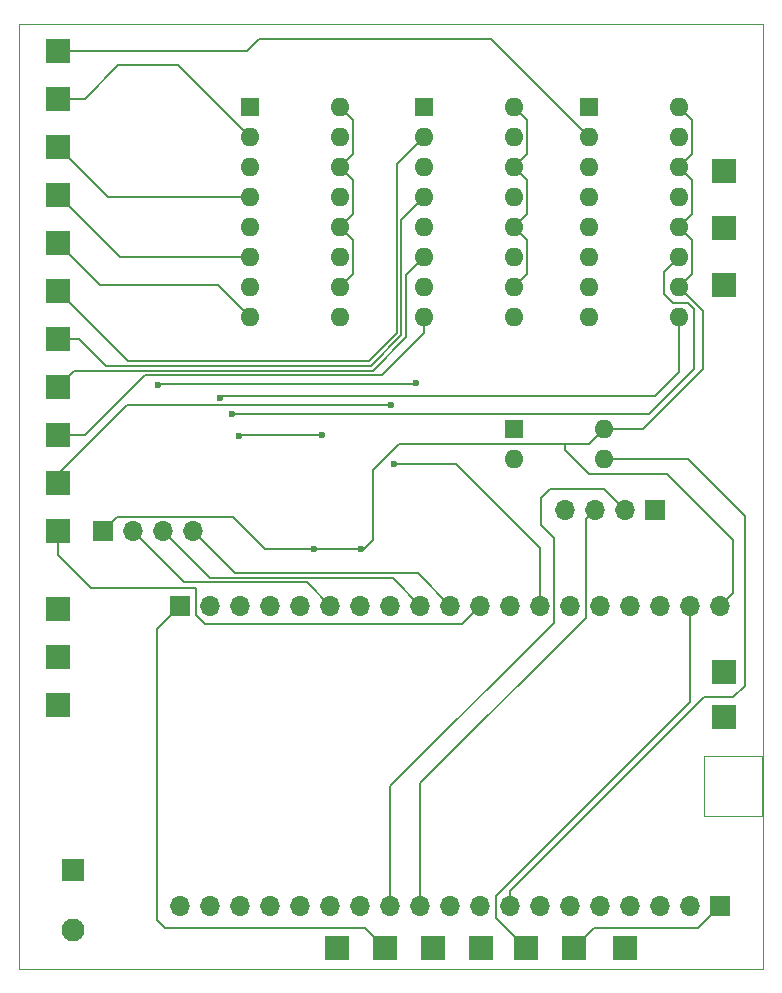
<source format=gbr>
%TF.GenerationSoftware,KiCad,Pcbnew,8.0.9-8.0.9-0~ubuntu22.04.1*%
%TF.CreationDate,2025-03-06T09:29:29+01:00*%
%TF.ProjectId,BrakeOutBoard,4272616b-654f-4757-9442-6f6172642e6b,rev?*%
%TF.SameCoordinates,Original*%
%TF.FileFunction,Profile,NP*%
%FSLAX46Y46*%
G04 Gerber Fmt 4.6, Leading zero omitted, Abs format (unit mm)*
G04 Created by KiCad (PCBNEW 8.0.9-8.0.9-0~ubuntu22.04.1) date 2025-03-06 09:29:29*
%MOMM*%
%LPD*%
G01*
G04 APERTURE LIST*
G04 Aperture macros list*
%AMRoundRect*
0 Rectangle with rounded corners*
0 $1 Rounding radius*
0 $2 $3 $4 $5 $6 $7 $8 $9 X,Y pos of 4 corners*
0 Add a 4 corners polygon primitive as box body*
4,1,4,$2,$3,$4,$5,$6,$7,$8,$9,$2,$3,0*
0 Add four circle primitives for the rounded corners*
1,1,$1+$1,$2,$3*
1,1,$1+$1,$4,$5*
1,1,$1+$1,$6,$7*
1,1,$1+$1,$8,$9*
0 Add four rect primitives between the rounded corners*
20,1,$1+$1,$2,$3,$4,$5,0*
20,1,$1+$1,$4,$5,$6,$7,0*
20,1,$1+$1,$6,$7,$8,$9,0*
20,1,$1+$1,$8,$9,$2,$3,0*%
G04 Aperture macros list end*
%TA.AperFunction,Profile*%
%ADD10C,0.050000*%
%TD*%
%TA.AperFunction,ComponentPad*%
%ADD11R,1.600000X1.600000*%
%TD*%
%TA.AperFunction,ComponentPad*%
%ADD12O,1.600000X1.600000*%
%TD*%
%TA.AperFunction,ComponentPad*%
%ADD13RoundRect,0.250001X0.799999X-0.799999X0.799999X0.799999X-0.799999X0.799999X-0.799999X-0.799999X0*%
%TD*%
%TA.AperFunction,ComponentPad*%
%ADD14RoundRect,0.250001X0.799999X0.799999X-0.799999X0.799999X-0.799999X-0.799999X0.799999X-0.799999X0*%
%TD*%
%TA.AperFunction,ComponentPad*%
%ADD15R,1.950000X1.950000*%
%TD*%
%TA.AperFunction,ComponentPad*%
%ADD16C,1.950000*%
%TD*%
%TA.AperFunction,ComponentPad*%
%ADD17RoundRect,0.250001X-0.799999X-0.799999X0.799999X-0.799999X0.799999X0.799999X-0.799999X0.799999X0*%
%TD*%
%TA.AperFunction,ComponentPad*%
%ADD18RoundRect,0.250001X-0.799999X0.799999X-0.799999X-0.799999X0.799999X-0.799999X0.799999X0.799999X0*%
%TD*%
%TA.AperFunction,ComponentPad*%
%ADD19R,1.700000X1.700000*%
%TD*%
%TA.AperFunction,ComponentPad*%
%ADD20O,1.700000X1.700000*%
%TD*%
%TA.AperFunction,ViaPad*%
%ADD21C,0.600000*%
%TD*%
%TA.AperFunction,Conductor*%
%ADD22C,0.200000*%
%TD*%
G04 APERTURE END LIST*
D10*
X124011600Y-74603200D02*
X187011600Y-74603200D01*
X187011600Y-154603200D01*
X124011600Y-154603200D01*
X124011600Y-74603200D01*
X182011600Y-136603200D02*
X186961600Y-136603200D01*
X186961600Y-141603200D01*
X182011600Y-141603200D01*
X182011600Y-136603200D01*
D11*
%TO.P,U1,1*%
%TO.N,Net-(R7-Pad5)*%
X158305600Y-81603200D03*
D12*
%TO.P,U1,2*%
%TO.N,/Optocopler/BrakePads*%
X158305600Y-84143200D03*
%TO.P,U1,3*%
%TO.N,Net-(R7-Pad6)*%
X158305600Y-86683200D03*
%TO.P,U1,4*%
%TO.N,/Optocopler/MotorCap*%
X158305600Y-89223200D03*
%TO.P,U1,5*%
%TO.N,Net-(R7-Pad7)*%
X158305600Y-91763200D03*
%TO.P,U1,6*%
%TO.N,/Optocopler/WhiperWater*%
X158305600Y-94303200D03*
%TO.P,U1,7*%
%TO.N,Net-(R7-Pad8)*%
X158305600Y-96843200D03*
%TO.P,U1,8*%
%TO.N,Net-(BF_1-Pin_1)*%
X158305600Y-99383200D03*
%TO.P,U1,9*%
%TO.N,PortExpander GPA2*%
X165925600Y-99383200D03*
%TO.P,U1,10*%
%TO.N,3\u002C3 V from ESP*%
X165925600Y-96843200D03*
%TO.P,U1,11*%
%TO.N,PortExpander GPA3*%
X165925600Y-94303200D03*
%TO.P,U1,12*%
%TO.N,3\u002C3 V from ESP*%
X165925600Y-91763200D03*
%TO.P,U1,13*%
%TO.N,PortExpander GPA1*%
X165925600Y-89223200D03*
%TO.P,U1,14*%
%TO.N,3\u002C3 V from ESP*%
X165925600Y-86683200D03*
%TO.P,U1,15*%
%TO.N,PortExpander GPA0*%
X165925600Y-84143200D03*
%TO.P,U1,16*%
%TO.N,3\u002C3 V from ESP*%
X165925600Y-81603200D03*
%TD*%
D13*
%TO.P,BF_1,1,Pin_1*%
%TO.N,Net-(BF_1-Pin_1)*%
X127317600Y-109375200D03*
%TD*%
D14*
%TO.P,GND_1,1,Pin_1*%
%TO.N,GND*%
X171005600Y-152809200D03*
%TD*%
D15*
%TO.P,USB_OUT_1,1,1*%
%TO.N,/Latch_Circuit/12 V out*%
X128562600Y-146209700D03*
D16*
%TO.P,USB_OUT_1,2,2*%
%TO.N,GND*%
X128562600Y-151289700D03*
%TD*%
D13*
%TO.P,MC_1,1,Pin_1*%
%TO.N,/Optocopler/MotorCap*%
X127317600Y-101247200D03*
%TD*%
D17*
%TO.P,TFT_DC_1,1,Pin_1*%
%TO.N,Net-(J20-Pin_15)*%
X150939600Y-152809200D03*
%TD*%
%TO.P,CS_1,1,Pin_1*%
%TO.N,Net-(CS_1-Pin_1)*%
X159067600Y-152809200D03*
%TD*%
D18*
%TO.P,MEM_1,1,Pin_1*%
%TO.N,/Optocopler/MemoryButton*%
X183705600Y-91849200D03*
%TD*%
D19*
%TO.P,J20,1,Pin_1*%
%TO.N,GND*%
X183411800Y-149227800D03*
D20*
%TO.P,J20,2,Pin_2*%
%TO.N,Net-(J20-Pin_2)*%
X180871800Y-149227800D03*
%TO.P,J20,3,Pin_3*%
%TO.N,CAN Modul CTX*%
X178331800Y-149227800D03*
%TO.P,J20,4,Pin_4*%
%TO.N,unconnected-(J20-Pin_4-Pad4)*%
X175791800Y-149227800D03*
%TO.P,J20,5,Pin_5*%
%TO.N,unconnected-(J20-Pin_5-Pad5)*%
X173251800Y-149227800D03*
%TO.P,J20,6,Pin_6*%
%TO.N,CAN Modul RTX*%
X170711800Y-149227800D03*
%TO.P,J20,7,Pin_7*%
%TO.N,GND*%
X168171800Y-149227800D03*
%TO.P,J20,8,Pin_8*%
%TO.N,GPIO 19 (PIN 31)*%
X165631800Y-149227800D03*
%TO.P,J20,9,Pin_9*%
%TO.N,Net-(J20-Pin_9)*%
X163091800Y-149227800D03*
%TO.P,J20,10,Pin_10*%
%TO.N,Net-(CS_1-Pin_1)*%
X160551800Y-149227800D03*
%TO.P,J20,11,Pin_11*%
%TO.N,GPIO 17 (PIN 28)*%
X158011800Y-149227800D03*
%TO.P,J20,12,Pin_12*%
%TO.N,GPIO 16 (PIN 27)*%
X155471800Y-149227800D03*
%TO.P,J20,13,Pin_13*%
%TO.N,GPIO 4 (PIN 26)*%
X152931800Y-149227800D03*
%TO.P,J20,14,Pin_14*%
%TO.N,GPIO 0 (PIN 25)*%
X150391800Y-149227800D03*
%TO.P,J20,15,Pin_15*%
%TO.N,Net-(J20-Pin_15)*%
X147851800Y-149227800D03*
%TO.P,J20,16,Pin_16*%
%TO.N,unconnected-(J20-Pin_16-Pad16)*%
X145311800Y-149227800D03*
%TO.P,J20,17,Pin_17*%
%TO.N,unconnected-(J20-Pin_17-Pad17)*%
X142771800Y-149227800D03*
%TO.P,J20,18,Pin_18*%
%TO.N,unconnected-(J20-Pin_18-Pad18)*%
X140231800Y-149227800D03*
%TO.P,J20,19,Pin_19*%
%TO.N,unconnected-(J20-Pin_19-Pad19)*%
X137691800Y-149227800D03*
%TD*%
D17*
%TO.P,5V_1,1,Pin_1*%
%TO.N,Net-(5V_1-Pin_1)*%
X155003600Y-152809200D03*
%TD*%
D13*
%TO.P,WW_1,1,Pin_1*%
%TO.N,/Optocopler/WhiperWater*%
X127317600Y-105311200D03*
%TD*%
D19*
%TO.P,J5,1,Pin_1*%
%TO.N,Net-(5V_1-Pin_1)*%
X137691800Y-123827800D03*
D20*
%TO.P,J5,2,Pin_2*%
%TO.N,unconnected-(J5-Pin_2-Pad2)*%
X140231800Y-123827800D03*
%TO.P,J5,3,Pin_3*%
%TO.N,unconnected-(J5-Pin_3-Pad3)*%
X142771800Y-123827800D03*
%TO.P,J5,4,Pin_4*%
%TO.N,unconnected-(J5-Pin_4-Pad4)*%
X145311800Y-123827800D03*
%TO.P,J5,5,Pin_5*%
%TO.N,GPIO 13 (PIN 15)*%
X147851800Y-123827800D03*
%TO.P,J5,6,Pin_6*%
%TO.N,GND*%
X150391800Y-123827800D03*
%TO.P,J5,7,Pin_7*%
%TO.N,StayOn*%
X152931800Y-123827800D03*
%TO.P,J5,8,Pin_8*%
%TO.N,GPIO 14 (PIN 12)*%
X155471800Y-123827800D03*
%TO.P,J5,9,Pin_9*%
%TO.N,GPIO 27 (PIN 11)*%
X158011800Y-123827800D03*
%TO.P,J5,10,Pin_10*%
%TO.N,GPIO 26 (PIN 10)*%
X160551800Y-123827800D03*
%TO.P,J5,11,Pin_11*%
%TO.N,Net-(J5-Pin_11)*%
X163091800Y-123827800D03*
%TO.P,J5,12,Pin_12*%
%TO.N,GPIO 33 (PIN 8)*%
X165631800Y-123827800D03*
%TO.P,J5,13,Pin_13*%
%TO.N,GPIO 32 (PIN 7)*%
X168171800Y-123827800D03*
%TO.P,J5,14,Pin_14*%
%TO.N,GPIO 35 (PIN 6)*%
X170711800Y-123827800D03*
%TO.P,J5,15,Pin_15*%
%TO.N,GPIO 34 (PIN 5)*%
X173251800Y-123827800D03*
%TO.P,J5,16,Pin_16*%
%TO.N,VoltMeasurement*%
X175791800Y-123827800D03*
%TO.P,J5,17,Pin_17*%
%TO.N,unconnected-(J5-Pin_17-Pad17)*%
X178331800Y-123827800D03*
%TO.P,J5,18,Pin_18*%
%TO.N,Net-(J5-Pin_18)*%
X180871800Y-123827800D03*
%TO.P,J5,19,Pin_19*%
%TO.N,3\u002C3 V from ESP*%
X183411800Y-123827800D03*
%TD*%
D13*
%TO.P,K30,1,Pin_1*%
%TO.N,/Latch_Circuit/K30*%
X127317600Y-132235200D03*
%TD*%
%TO.P,K31,1,Pin_1*%
%TO.N,GND*%
X127317600Y-124107200D03*
%TD*%
%TO.P,SD_1,1,Pin_1*%
%TO.N,/Optocopler/SlidingDoor*%
X127317600Y-84991200D03*
%TD*%
D19*
%TO.P,GPS_1,1,Pin_1*%
%TO.N,3\u002C3 V from ESP*%
X177863600Y-115725200D03*
D20*
%TO.P,GPS_1,2,Pin_2*%
%TO.N,GPIO 16 (PIN 27)*%
X175323600Y-115725200D03*
%TO.P,GPS_1,3,Pin_3*%
%TO.N,GPIO 17 (PIN 28)*%
X172783600Y-115725200D03*
%TO.P,GPS_1,4,Pin_4*%
%TO.N,GND*%
X170243600Y-115725200D03*
%TD*%
D18*
%TO.P,MODE_1,1,Pin_1*%
%TO.N,/Optocopler/ModeButton*%
X183705600Y-87023200D03*
%TD*%
D11*
%TO.P,U4,1*%
%TO.N,Net-(R11-Pad5)*%
X172273100Y-81603200D03*
D12*
%TO.P,U4,2*%
%TO.N,/Optocopler/Trunk*%
X172273100Y-84143200D03*
%TO.P,U4,3*%
%TO.N,Net-(R11-Pad6)*%
X172273100Y-86683200D03*
%TO.P,U4,4*%
%TO.N,/Optocopler/ModeButton*%
X172273100Y-89223200D03*
%TO.P,U4,5*%
%TO.N,Net-(R11-Pad7)*%
X172273100Y-91763200D03*
%TO.P,U4,6*%
%TO.N,/Optocopler/MemoryButton*%
X172273100Y-94303200D03*
%TO.P,U4,7*%
%TO.N,Net-(R11-Pad8)*%
X172273100Y-96843200D03*
%TO.P,U4,8*%
%TO.N,/Optocopler/ResetButton*%
X172273100Y-99383200D03*
%TO.P,U4,9*%
%TO.N,PortExpander GPB5*%
X179893100Y-99383200D03*
%TO.P,U4,10*%
%TO.N,3\u002C3 V from ESP*%
X179893100Y-96843200D03*
%TO.P,U4,11*%
%TO.N,PortExpander GPB4*%
X179893100Y-94303200D03*
%TO.P,U4,12*%
%TO.N,3\u002C3 V from ESP*%
X179893100Y-91763200D03*
%TO.P,U4,13*%
%TO.N,PortExpander GPB3*%
X179893100Y-89223200D03*
%TO.P,U4,14*%
%TO.N,3\u002C3 V from ESP*%
X179893100Y-86683200D03*
%TO.P,U4,15*%
%TO.N,PortExpander GPB2*%
X179893100Y-84143200D03*
%TO.P,U4,16*%
%TO.N,3\u002C3 V from ESP*%
X179893100Y-81603200D03*
%TD*%
D18*
%TO.P,CAN_L_1,1,Pin_1*%
%TO.N,/CAN Modul/CAN_L*%
X183705600Y-133251200D03*
%TD*%
D11*
%TO.P,U2,1*%
%TO.N,Net-(R301-Pad8)*%
X143573600Y-81603200D03*
D12*
%TO.P,U2,2*%
%TO.N,/Optocopler/DoorRight*%
X143573600Y-84143200D03*
%TO.P,U2,3*%
%TO.N,Net-(R301-Pad7)*%
X143573600Y-86683200D03*
%TO.P,U2,4*%
%TO.N,/Optocopler/SlidingDoor*%
X143573600Y-89223200D03*
%TO.P,U2,5*%
%TO.N,Net-(R301-Pad6)*%
X143573600Y-91763200D03*
%TO.P,U2,6*%
%TO.N,/Optocopler/OilPresure*%
X143573600Y-94303200D03*
%TO.P,U2,7*%
%TO.N,Net-(R301-Pad5)*%
X143573600Y-96843200D03*
%TO.P,U2,8*%
%TO.N,/Optocopler/Coolant*%
X143573600Y-99383200D03*
%TO.P,U2,9*%
%TO.N,PortExpander GPB1*%
X151193600Y-99383200D03*
%TO.P,U2,10*%
%TO.N,3\u002C3 V from ESP*%
X151193600Y-96843200D03*
%TO.P,U2,11*%
%TO.N,PortExpander GPB0*%
X151193600Y-94303200D03*
%TO.P,U2,12*%
%TO.N,3\u002C3 V from ESP*%
X151193600Y-91763200D03*
%TO.P,U2,13*%
%TO.N,PortExpander GPA5*%
X151193600Y-89223200D03*
%TO.P,U2,14*%
%TO.N,3\u002C3 V from ESP*%
X151193600Y-86683200D03*
%TO.P,U2,15*%
%TO.N,PortExpander GPA4*%
X151193600Y-84143200D03*
%TO.P,U2,16*%
%TO.N,3\u002C3 V from ESP*%
X151193600Y-81603200D03*
%TD*%
D13*
%TO.P,OP_1,1,Pin_1*%
%TO.N,/Optocopler/OilPresure*%
X127317600Y-89055200D03*
%TD*%
D17*
%TO.P,SLK_1,1,Pin_1*%
%TO.N,Net-(J20-Pin_9)*%
X163131600Y-152809200D03*
%TD*%
D19*
%TO.P,BME_280,1,Pin_1*%
%TO.N,3\u002C3 V from ESP*%
X131127600Y-117503200D03*
D20*
%TO.P,BME_280,2,Pin_2*%
%TO.N,GND*%
X133667600Y-117503200D03*
%TO.P,BME_280,3,Pin_3*%
%TO.N,GPIO 27 (PIN 11)*%
X136207600Y-117503200D03*
%TO.P,BME_280,4,Pin_4*%
%TO.N,GPIO 26 (PIN 10)*%
X138747600Y-117503200D03*
%TD*%
D13*
%TO.P,K15,1,Pin_1*%
%TO.N,K15*%
X127317600Y-128171200D03*
%TD*%
D18*
%TO.P,CAN_H_1,1,Pin_1*%
%TO.N,/CAN Modul/CAN_H*%
X183705600Y-129441200D03*
%TD*%
D13*
%TO.P,RD_1,1,Pin_1*%
%TO.N,/Optocopler/DoorRight*%
X127317600Y-80927200D03*
%TD*%
D11*
%TO.P,U3,1*%
%TO.N,Net-(R12-Pad2)*%
X165935600Y-108862200D03*
D12*
%TO.P,U3,2*%
%TO.N,GND*%
X165935600Y-111402200D03*
%TO.P,U3,3*%
%TO.N,GPIO 19 (PIN 31)*%
X173555600Y-111402200D03*
%TO.P,U3,4*%
%TO.N,3\u002C3 V from ESP*%
X173555600Y-108862200D03*
%TD*%
D13*
%TO.P,BP_1,1,Pin_1*%
%TO.N,/Optocopler/BrakePads*%
X127317600Y-97183200D03*
%TD*%
%TO.P,OL_LED_1,1,Pin_1*%
%TO.N,Net-(J5-Pin_11)*%
X127317600Y-117503200D03*
%TD*%
D14*
%TO.P,RST_1,1,Pin_1*%
%TO.N,Net-(J5-Pin_18)*%
X166941600Y-152809200D03*
%TD*%
D13*
%TO.P,OS_1,1,Pin_1*%
%TO.N,Net-(OS_1-Pin_1)*%
X127317600Y-113439200D03*
%TD*%
%TO.P,Cool_1,1,Pin_1*%
%TO.N,/Optocopler/Coolant*%
X127317600Y-93119200D03*
%TD*%
D17*
%TO.P,MOSi_1,1,Pin_1*%
%TO.N,Net-(J20-Pin_2)*%
X175323600Y-152809200D03*
%TD*%
D18*
%TO.P,RESET_1,1,Pin_1*%
%TO.N,/Optocopler/ResetButton*%
X183705600Y-96675200D03*
%TD*%
%TO.P,TR_1,1,Pin_1*%
%TO.N,/Optocopler/Trunk*%
X127317600Y-76863200D03*
%TD*%
D21*
%TO.N,K15*%
X135788800Y-105146400D03*
X157647600Y-104953200D03*
%TO.N,GPIO 32 (PIN 7)*%
X155765600Y-111828000D03*
%TO.N,3\u002C3 V from ESP*%
X149019600Y-119027200D03*
X152971600Y-119027200D03*
%TO.N,PortExpander GPB4*%
X142049600Y-107597200D03*
%TO.N,PortExpander GPB3*%
X149669600Y-109375200D03*
X142649600Y-109467200D03*
%TO.N,PortExpander GPB5*%
X141033600Y-106235200D03*
%TO.N,Net-(OS_1-Pin_1)*%
X155511600Y-106835200D03*
%TD*%
D22*
%TO.N,GND*%
X138023600Y-121859200D02*
X148423200Y-121859200D01*
X133667600Y-117503200D02*
X138023600Y-121859200D01*
X181536400Y-151103200D02*
X172711600Y-151103200D01*
X183411800Y-149227800D02*
X181536400Y-151103200D01*
X148423200Y-121859200D02*
X150391800Y-123827800D01*
X172711600Y-151103200D02*
X171005600Y-152809200D01*
%TO.N,K15*%
X157543600Y-105057200D02*
X157647600Y-104953200D01*
X135788800Y-105146400D02*
X135878000Y-105057200D01*
X135878000Y-105057200D02*
X157543600Y-105057200D01*
%TO.N,GPIO 32 (PIN 7)*%
X168171800Y-123827800D02*
X168171800Y-118987400D01*
X168171800Y-118987400D02*
X161012400Y-111828000D01*
X161012400Y-111828000D02*
X155765600Y-111828000D01*
%TO.N,GPIO 27 (PIN 11)*%
X155643200Y-121459200D02*
X158011800Y-123827800D01*
X140163600Y-121459200D02*
X155643200Y-121459200D01*
X136207600Y-117503200D02*
X140163600Y-121459200D01*
%TO.N,3\u002C3 V from ESP*%
X179893100Y-91763200D02*
X180993100Y-92863200D01*
X152293600Y-90663200D02*
X151193600Y-91763200D01*
X151193600Y-86683200D02*
X152293600Y-87783200D01*
X152293600Y-95743200D02*
X151193600Y-96843200D01*
X172280600Y-110137200D02*
X156187071Y-110137200D01*
X152293600Y-87783200D02*
X152293600Y-90663200D01*
X156187071Y-110137200D02*
X153987600Y-112336671D01*
X179893100Y-81603200D02*
X180993100Y-82703200D01*
X180993100Y-85583200D02*
X179893100Y-86683200D01*
X180993100Y-92863200D02*
X180993100Y-95743200D01*
X178879600Y-112677200D02*
X172275600Y-112677200D01*
X179893100Y-86683200D02*
X180993100Y-87783200D01*
X181927600Y-103787200D02*
X176847600Y-108867200D01*
X153225600Y-119027200D02*
X149019600Y-119027200D01*
X170243600Y-110645200D02*
X170243600Y-110137200D01*
X165925600Y-86683200D02*
X167025600Y-87783200D01*
X165925600Y-91763200D02*
X167025600Y-92863200D01*
X151193600Y-81603200D02*
X152293600Y-82703200D01*
X131127600Y-117503200D02*
X132277600Y-116353200D01*
X153987600Y-112336671D02*
X153987600Y-118265200D01*
X142169600Y-116353200D02*
X144843600Y-119027200D01*
X152293600Y-82703200D02*
X152293600Y-85583200D01*
X165925600Y-81603200D02*
X167025600Y-82703200D01*
X132277600Y-116353200D02*
X142169600Y-116353200D01*
X167025600Y-90663200D02*
X165925600Y-91763200D01*
X144843600Y-119027200D02*
X149019600Y-119027200D01*
X184467600Y-122772000D02*
X184467600Y-118265200D01*
X172275600Y-112677200D02*
X170243600Y-110645200D01*
X167025600Y-87783200D02*
X167025600Y-90663200D01*
X184467600Y-118265200D02*
X178879600Y-112677200D01*
X180993100Y-95743200D02*
X179893100Y-96843200D01*
X153987600Y-118265200D02*
X153225600Y-119027200D01*
X176847600Y-108867200D02*
X173550600Y-108867200D01*
X151193600Y-91763200D02*
X152293600Y-92863200D01*
X167025600Y-82703200D02*
X167025600Y-85583200D01*
X152293600Y-92863200D02*
X152293600Y-95743200D01*
X152293600Y-85583200D02*
X151193600Y-86683200D01*
X179893100Y-96843200D02*
X181927600Y-98877700D01*
X167025600Y-95743200D02*
X165925600Y-96843200D01*
X180993100Y-90663200D02*
X179893100Y-91763200D01*
X183411800Y-123827800D02*
X184467600Y-122772000D01*
X180993100Y-82703200D02*
X180993100Y-85583200D01*
X167025600Y-85583200D02*
X165925600Y-86683200D01*
X172280600Y-110137200D02*
X173555600Y-108862200D01*
X180993100Y-87783200D02*
X180993100Y-90663200D01*
X167025600Y-92863200D02*
X167025600Y-95743200D01*
X173550600Y-108867200D02*
X172280600Y-110137200D01*
X181927600Y-98877700D02*
X181927600Y-103787200D01*
%TO.N,GPIO 26 (PIN 10)*%
X142303600Y-121059200D02*
X157783200Y-121059200D01*
X138747600Y-117503200D02*
X142303600Y-121059200D01*
X157783200Y-121059200D02*
X160551800Y-123827800D01*
%TO.N,/Optocopler/Coolant*%
X130873600Y-96675200D02*
X140865600Y-96675200D01*
X127317600Y-93119200D02*
X130873600Y-96675200D01*
X140865600Y-96675200D02*
X143573600Y-99383200D01*
%TO.N,/Optocopler/MotorCap*%
X153791285Y-103533200D02*
X131381600Y-103533200D01*
X131381600Y-103533200D02*
X129095600Y-101247200D01*
X129095600Y-101247200D02*
X127317600Y-101247200D01*
X156382000Y-91146800D02*
X156382000Y-100942485D01*
X158305600Y-89223200D02*
X156382000Y-91146800D01*
X156382000Y-100942485D02*
X153791285Y-103533200D01*
%TO.N,/Optocopler/WhiperWater*%
X156782000Y-95826800D02*
X158305600Y-94303200D01*
X153956971Y-103933200D02*
X156782000Y-101108171D01*
X156782000Y-101108171D02*
X156782000Y-95826800D01*
X127317600Y-105311200D02*
X128695600Y-103933200D01*
X128695600Y-103933200D02*
X153956971Y-103933200D01*
%TO.N,/Optocopler/BrakePads*%
X155982000Y-100776799D02*
X155982000Y-86466800D01*
X133267600Y-103133200D02*
X153625599Y-103133200D01*
X153625599Y-103133200D02*
X155982000Y-100776799D01*
X127317600Y-97183200D02*
X133267600Y-103133200D01*
X155982000Y-86466800D02*
X158305600Y-84143200D01*
%TO.N,/Optocopler/OilPresure*%
X127317600Y-89055200D02*
X132565600Y-94303200D01*
X132565600Y-94303200D02*
X143573600Y-94303200D01*
%TO.N,/Optocopler/SlidingDoor*%
X143573600Y-89223200D02*
X131549600Y-89223200D01*
X131549600Y-89223200D02*
X127317600Y-84991200D01*
%TO.N,GPIO 16 (PIN 27)*%
X173545600Y-113947200D02*
X168973600Y-113947200D01*
X168211600Y-114709200D02*
X168211600Y-116995200D01*
X169321800Y-125283000D02*
X155471800Y-139133000D01*
X155471800Y-139133000D02*
X155471800Y-149227800D01*
X168973600Y-113947200D02*
X168211600Y-114709200D01*
X169321800Y-118105400D02*
X169321800Y-125283000D01*
X175323600Y-115725200D02*
X173545600Y-113947200D01*
X168211600Y-116995200D02*
X169321800Y-118105400D01*
%TO.N,GPIO 17 (PIN 28)*%
X172783600Y-115725200D02*
X172021600Y-116487200D01*
X158011800Y-138879000D02*
X158011800Y-149227800D01*
X172021600Y-116487200D02*
X172021600Y-124869200D01*
X172021600Y-124869200D02*
X158011800Y-138879000D01*
%TO.N,/Optocopler/Trunk*%
X127317600Y-76863200D02*
X143319600Y-76863200D01*
X163977100Y-75847200D02*
X172273100Y-84143200D01*
X144335600Y-75847200D02*
X163977100Y-75847200D01*
X143319600Y-76863200D02*
X144335600Y-75847200D01*
%TO.N,GPIO 19 (PIN 31)*%
X185483600Y-130631200D02*
X185483600Y-116233200D01*
X184511600Y-131603200D02*
X185483600Y-130631200D01*
X182011600Y-131603200D02*
X184511600Y-131603200D01*
X185483600Y-116233200D02*
X180657600Y-111407200D01*
X165631800Y-147983000D02*
X182011600Y-131603200D01*
X180657600Y-111407200D02*
X173560600Y-111407200D01*
X165631800Y-149227800D02*
X165631800Y-147983000D01*
%TO.N,PortExpander GPB4*%
X179387600Y-98199200D02*
X178625600Y-97437200D01*
X181166000Y-98681786D02*
X180683414Y-98199200D01*
X178625600Y-97437200D02*
X178625600Y-95570700D01*
X177355600Y-107597200D02*
X181166000Y-103786800D01*
X181166000Y-103786800D02*
X181166000Y-98681786D01*
X142049600Y-107597200D02*
X177355600Y-107597200D01*
X178625600Y-95570700D02*
X179893100Y-94303200D01*
X180683414Y-98199200D02*
X179387600Y-98199200D01*
%TO.N,PortExpander GPB3*%
X149669600Y-109375200D02*
X142741600Y-109375200D01*
X142741600Y-109375200D02*
X142649600Y-109467200D01*
%TO.N,PortExpander GPB5*%
X141033600Y-106235200D02*
X141195600Y-106073200D01*
X179895600Y-103533200D02*
X179893100Y-103530700D01*
X177863600Y-106073200D02*
X179895600Y-104041200D01*
X141195600Y-106073200D02*
X177863600Y-106073200D01*
X179893100Y-103530700D02*
X179893100Y-99383200D01*
X179895600Y-104041200D02*
X179895600Y-103533200D01*
%TO.N,/Optocopler/DoorRight*%
X129603600Y-80927200D02*
X132440600Y-78090200D01*
X132440600Y-78090200D02*
X137520600Y-78090200D01*
X127317600Y-80927200D02*
X129603600Y-80927200D01*
X137520600Y-78090200D02*
X143573600Y-84143200D01*
%TO.N,Net-(5V_1-Pin_1)*%
X153297600Y-151103200D02*
X136353946Y-151103200D01*
X135699600Y-125820000D02*
X137691800Y-123827800D01*
X155003600Y-152809200D02*
X153297600Y-151103200D01*
X136353946Y-151103200D02*
X135699600Y-150448854D01*
X135699600Y-150448854D02*
X135699600Y-125820000D01*
%TO.N,Net-(BF_1-Pin_1)*%
X129641600Y-109375200D02*
X134683600Y-104333200D01*
X154710800Y-104333200D02*
X158305600Y-100738400D01*
X127317600Y-109375200D02*
X129641600Y-109375200D01*
X158305600Y-100738400D02*
X158305600Y-99383200D01*
X134683600Y-104333200D02*
X154710800Y-104333200D01*
%TO.N,Net-(J5-Pin_11)*%
X161542400Y-125377200D02*
X139763600Y-125377200D01*
X139001600Y-124615200D02*
X139001600Y-122329200D01*
X163091800Y-123827800D02*
X161542400Y-125377200D01*
X127317600Y-119535200D02*
X127317600Y-117503200D01*
X139763600Y-125377200D02*
X139001600Y-124615200D01*
X139001600Y-122329200D02*
X130111600Y-122329200D01*
X130111600Y-122329200D02*
X127317600Y-119535200D01*
%TO.N,Net-(J5-Pin_18)*%
X180871800Y-131963314D02*
X180871800Y-123827800D01*
X164401600Y-148433514D02*
X180871800Y-131963314D01*
X164401600Y-150269200D02*
X164401600Y-148433514D01*
X166941600Y-152809200D02*
X164401600Y-150269200D01*
%TO.N,Net-(OS_1-Pin_1)*%
X155511600Y-106835200D02*
X133159600Y-106835200D01*
X133159600Y-106835200D02*
X127317600Y-112677200D01*
%TD*%
M02*

</source>
